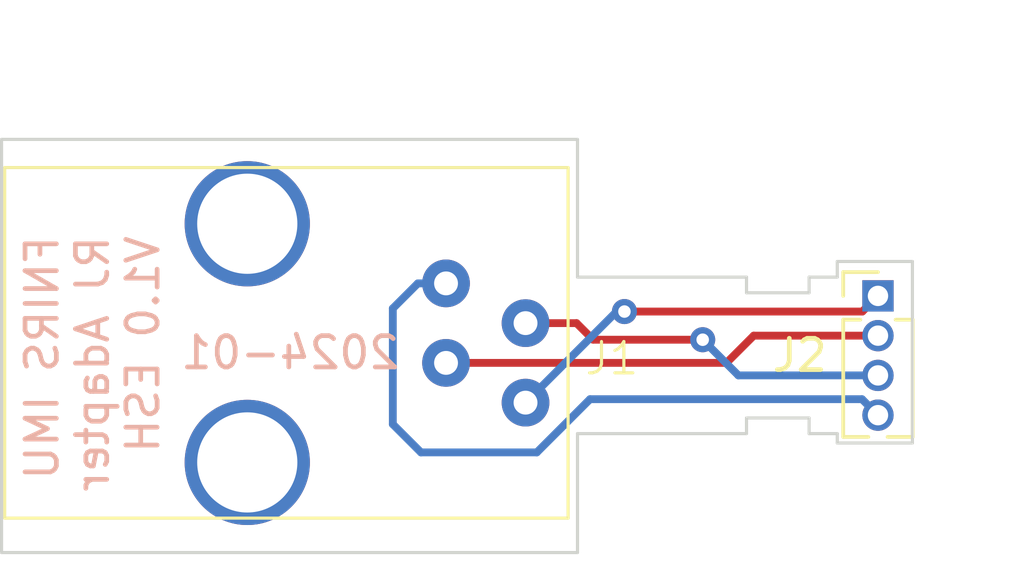
<source format=kicad_pcb>
(kicad_pcb (version 20221018) (generator pcbnew)
  (layers (0 "F.Cu" signal) (31 "B.Cu" signal) (34 "B.Paste" user) (35 "F.Paste" user) (36 "B.SilkS" user "B.Silkscreen") (37 "F.SilkS" user "F.Silkscreen") (38 "B.Mask" user) (39 "F.Mask" user) (44 "Edge.Cuts" user))
  (net 0 "")
  (net 1 "Net-(J1-Pin_1)")
  (net 2 "Net-(J1-Pin_2)")
  (net 3 "Net-(J1-Pin_3)")
  (net 4 "Net-(J1-Pin_4)")
  (footprint "Connector_PinHeader_1.27mm:PinHeader_1x04_P1.27mm_Vertical" (layer "F.Cu") (at 74.5 63.5)
    (fp_text reference "J2" (at -2.5 1.9) (layer "F.SilkS"))
    (fp_text value "Conn_01x04")
    (fp_line (start -1.11 -0.76) (end 0 -0.76) (stroke (width 0.12)) (layer "F.SilkS"))
    (fp_line (start -1.11 0) (end -1.11 -0.76) (stroke (width 0.12)) (layer "F.SilkS"))
    (fp_line (start -1.11 0.76) (end -1.11 4.505) (stroke (width 0.12)) (layer "F.SilkS"))
    (fp_line (start -1.11 0.76) (end -0.563471 0.76) (stroke (width 0.12)) (layer "F.SilkS"))
    (fp_line (start -1.11 4.505) (end -0.30753 4.505) (stroke (width 0.12)) (layer "F.SilkS"))
    (fp_line (start 0.30753 4.505) (end 1.11 4.505) (stroke (width 0.12)) (layer "F.SilkS"))
    (fp_line (start 0.563471 0.76) (end 1.11 0.76) (stroke (width 0.12)) (layer "F.SilkS"))
    (fp_line (start 1.11 0.76) (end 1.11 4.505) (stroke (width 0.12)) (layer "F.SilkS"))
    (pad "1" thru_hole rect (at 0 0) (size 1 1) (drill 0.65) (layers "*.Cu" "*.Mask") (net 1 "Net-(J1-Pin_1)"))
    (pad "2" thru_hole oval (at 0 1.27) (size 1 1) (drill 0.65) (layers "*.Cu" "*.Mask") (net 2 "Net-(J1-Pin_2)"))
    (pad "3" thru_hole oval (at 0 2.54) (size 1 1) (drill 0.65) (layers "*.Cu" "*.Mask") (net 3 "Net-(J1-Pin_3)"))
    (pad "4" thru_hole oval (at 0 3.81) (size 1 1) (drill 0.65) (layers "*.Cu" "*.Mask") (net 4 "Net-(J1-Pin_4)"))
  )
  (footprint "my_RJ:A-2004-3-4-LP" (layer "F.Cu") (at 60.7 63.1 -90)
    (fp_text reference "J1" (at 2.4 -5.3 unlocked) (layer "F.SilkS") (effects (font (thickness 0.1))))
    (fp_text value "A-2004-3-4-LP-N-R")
    (fp_line (start -3.7 -3.9) (end 7.5 -3.9) (stroke (width 0.1)) (layer "F.SilkS"))
    (fp_line (start -3.7 14.1) (end -3.7 -3.9) (stroke (width 0.1)) (layer "F.SilkS"))
    (fp_line (start 7.5 -3.9) (end 7.5 14.1) (stroke (width 0.1)) (layer "F.SilkS"))
    (fp_line (start 7.5 14.1) (end -3.7 14.1) (stroke (width 0.1)) (layer "F.SilkS"))
    (pad "1" thru_hole circle (at 0 0 270) (size 1.524 1.524) (drill 0.762) (layers "*.Cu" "*.Mask") (net 4 "Net-(J1-Pin_4)"))
    (pad "2" thru_hole circle (at 1.27 -2.54 270) (size 1.524 1.524) (drill 0.762) (layers "*.Cu" "*.Mask") (net 3 "Net-(J1-Pin_3)"))
    (pad "3" thru_hole circle (at 2.54 0 270) (size 1.524 1.524) (drill 0.762) (layers "*.Cu" "*.Mask") (net 2 "Net-(J1-Pin_2)"))
    (pad "4" thru_hole circle (at 3.81 -2.54 270) (size 1.524 1.524) (drill 0.762) (layers "*.Cu" "*.Mask") (net 1 "Net-(J1-Pin_1)"))
    (pad "5" thru_hole circle (at -1.905 6.35 270) (size 4 4) (drill 3.2) (layers "*.Cu" "*.Mask"))
    (pad "6" thru_hole circle (at 5.72 6.35 270) (size 4 4) (drill 3.2) (layers "*.Cu" "*.Mask"))
  )
  (gr_line (start 70.3 67.4) (end 72.3 67.4) (stroke (width 0.1)) (layer "Edge.Cuts"))
  (gr_line (start 72.3 67.4) (end 72.3 67.9) (stroke (width 0.1)) (layer "Edge.Cuts"))
  (gr_line (start 72.3 63.4) (end 70.3 63.4) (stroke (width 0.1)) (layer "Edge.Cuts"))
  (gr_line (start 64.9 62.9) (end 64.9 58.5) (stroke (width 0.1)) (layer "Edge.Cuts"))
  (gr_line (start 64.9 67.9) (end 64.9 71.7) (stroke (width 0.1)) (layer "Edge.Cuts"))
  (gr_line (start 72.3 62.9) (end 72.3 63.4) (stroke (width 0.1)) (layer "Edge.Cuts"))
  (gr_line (start 73.2 62.9) (end 73.2 62.4) (stroke (width 0.1)) (layer "Edge.Cuts"))
  (gr_line (start 70.3 67.9) (end 64.9 67.9) (stroke (width 0.1)) (layer "Edge.Cuts"))
  (gr_line (start 75.6 62.4) (end 75.6 68.2) (stroke (width 0.1)) (layer "Edge.Cuts"))
  (gr_line (start 72.3 62.9) (end 73.2 62.9) (stroke (width 0.1)) (layer "Edge.Cuts"))
  (gr_line (start 46.5 71.7) (end 64.9 71.7) (stroke (width 0.1)) (layer "Edge.Cuts"))
  (gr_line (start 64.9 58.5) (end 46.5 58.5) (stroke (width 0.1)) (layer "Edge.Cuts"))
  (gr_line (start 46.5 58.5) (end 46.5 71.7) (stroke (width 0.1)) (layer "Edge.Cuts"))
  (gr_line (start 70.3 62.9) (end 64.9 62.9) (stroke (width 0.1)) (layer "Edge.Cuts"))
  (gr_line (start 73.2 68.2) (end 73.2 67.9) (stroke (width 0.1)) (layer "Edge.Cuts"))
  (gr_line (start 75.6 68.2) (end 73.2 68.2) (stroke (width 0.1)) (layer "Edge.Cuts"))
  (gr_line (start 73.2 62.4) (end 75.6 62.4) (stroke (width 0.1)) (layer "Edge.Cuts"))
  (gr_line (start 70.3 63.4) (end 70.3 62.9) (stroke (width 0.1)) (layer "Edge.Cuts"))
  (gr_line (start 73.2 67.9) (end 72.3 67.9) (stroke (width 0.1)) (layer "Edge.Cuts"))
  (gr_line (start 70.3 67.9) (end 70.3 67.4) (stroke (width 0.1)) (layer "Edge.Cuts"))
  (gr_text "2024-01" (at 59.3 65.9) (layer "B.SilkS") (effects (font (size 1 1)) (justify left bottom mirror)))
  (gr_text "FNIRS IMU\nRJ Adapter\nV1.0 ESH" (at 51.6 61.5 90) (layer "B.SilkS") (effects (font (size 1 1)) (justify left bottom mirror)))
  (segment (start 74.5 63.5) (end 74 64) (width 0.25) (layer "F.Cu") (net 1))
  (segment (start 74 64) (end 66.4 64) (width 0.25) (layer "F.Cu") (net 1))
  (via (at 66.4 64) (size 0.8) (drill 0.4) (layers "F.Cu" "B.Cu") (net 1))
  (segment (start 66.4 64) (end 66.15 64) (width 0.25) (layer "B.Cu") (net 1))
  (segment (start 66.15 64) (end 63.24 66.91) (width 0.25) (layer "B.Cu") (net 1))
  (segment (start 60.7 65.64) (end 69.66 65.64) (width 0.25) (layer "F.Cu") (net 2))
  (segment (start 69.66 65.64) (end 70.53 64.77) (width 0.25) (layer "F.Cu") (net 2))
  (segment (start 70.53 64.77) (end 74.5 64.77) (width 0.25) (layer "F.Cu") (net 2))
  (segment (start 64.87 64.37) (end 65.4 64.9) (width 0.25) (layer "F.Cu") (net 3))
  (segment (start 63.24 64.37) (end 64.87 64.37) (width 0.25) (layer "F.Cu") (net 3))
  (segment (start 65.4 64.9) (end 68.9 64.9) (width 0.25) (layer "F.Cu") (net 3))
  (via (at 68.9 64.9) (size 0.8) (drill 0.4) (layers "F.Cu" "B.Cu") (net 3))
  (segment (start 70.04 66.04) (end 74.5 66.04) (width 0.25) (layer "B.Cu") (net 3))
  (segment (start 68.9 64.9) (end 70.04 66.04) (width 0.25) (layer "B.Cu") (net 3))
  (segment (start 59 67.6) (end 59 63.9) (width 0.25) (layer "B.Cu") (net 4))
  (segment (start 59 63.9) (end 59.8 63.1) (width 0.25) (layer "B.Cu") (net 4))
  (segment (start 63.6 68.5) (end 59.9 68.5) (width 0.25) (layer "B.Cu") (net 4))
  (segment (start 65.3 66.8) (end 63.6 68.5) (width 0.25) (layer "B.Cu") (net 4))
  (segment (start 59.8 63.1) (end 60.7 63.1) (width 0.25) (layer "B.Cu") (net 4))
  (segment (start 59.9 68.5) (end 59 67.6) (width 0.25) (layer "B.Cu") (net 4))
  (segment (start 73.99 66.8) (end 65.3 66.8) (width 0.25) (layer "B.Cu") (net 4))
  (segment (start 74.5 67.31) (end 73.99 66.8) (width 0.25) (layer "B.Cu") (net 4))
)
</source>
